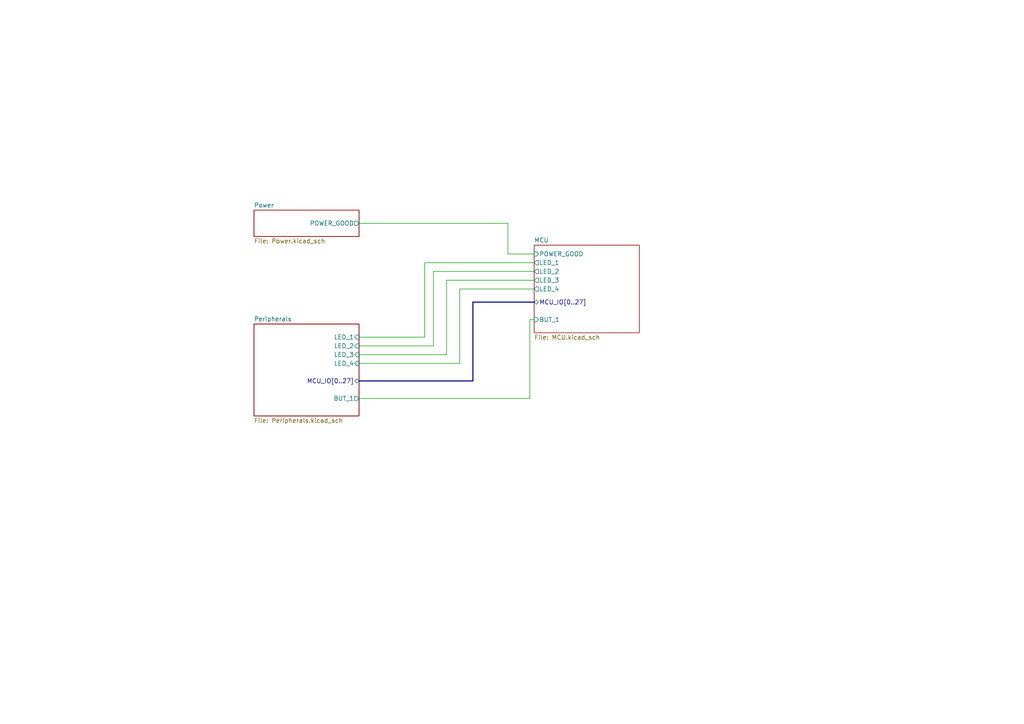
<source format=kicad_sch>
(kicad_sch
	(version 20250114)
	(generator "eeschema")
	(generator_version "9.0")
	(uuid "85026044-e848-43ba-9b62-4d5d8c169d04")
	(paper "A4")
	(lib_symbols)
	(bus
		(pts
			(xy 137.16 110.49) (xy 104.14 110.49)
		)
		(stroke
			(width 0)
			(type default)
		)
		(uuid "039d54e2-fa86-4b10-b48d-f675419e85a4")
	)
	(wire
		(pts
			(xy 129.54 102.87) (xy 129.54 81.28)
		)
		(stroke
			(width 0)
			(type default)
		)
		(uuid "0d1ddd87-d840-432e-927f-24a946135fc6")
	)
	(wire
		(pts
			(xy 133.35 83.82) (xy 154.94 83.82)
		)
		(stroke
			(width 0)
			(type default)
		)
		(uuid "11723ff5-d0d9-4454-a1bb-1c790a6326e2")
	)
	(wire
		(pts
			(xy 104.14 100.33) (xy 125.73 100.33)
		)
		(stroke
			(width 0)
			(type default)
		)
		(uuid "23b429e4-c404-4bae-b26e-5b0ec36afe4a")
	)
	(wire
		(pts
			(xy 147.32 73.66) (xy 154.94 73.66)
		)
		(stroke
			(width 0)
			(type default)
		)
		(uuid "381f9a31-6cce-4a0c-9186-8b990e5a3cb2")
	)
	(wire
		(pts
			(xy 123.19 76.2) (xy 154.94 76.2)
		)
		(stroke
			(width 0)
			(type default)
		)
		(uuid "3d17b0dd-da44-4963-a803-63364a90084f")
	)
	(bus
		(pts
			(xy 137.16 87.63) (xy 137.16 110.49)
		)
		(stroke
			(width 0)
			(type default)
		)
		(uuid "43de64b3-88ef-42e6-be26-bb42ccdd7569")
	)
	(wire
		(pts
			(xy 125.73 100.33) (xy 125.73 78.74)
		)
		(stroke
			(width 0)
			(type default)
		)
		(uuid "53fd05b3-efe2-4f15-a4bb-a0f68f304df4")
	)
	(wire
		(pts
			(xy 147.32 64.77) (xy 147.32 73.66)
		)
		(stroke
			(width 0)
			(type default)
		)
		(uuid "5a422d87-4e4d-4e02-97e0-7b75d4fe10ee")
	)
	(wire
		(pts
			(xy 153.67 92.71) (xy 154.94 92.71)
		)
		(stroke
			(width 0)
			(type default)
		)
		(uuid "5f297c99-7079-4e7e-a77c-82e52fb94c41")
	)
	(bus
		(pts
			(xy 154.94 87.63) (xy 137.16 87.63)
		)
		(stroke
			(width 0)
			(type default)
		)
		(uuid "71a6755c-02b7-4051-8711-5ffc8d9a8bb0")
	)
	(wire
		(pts
			(xy 104.14 97.79) (xy 123.19 97.79)
		)
		(stroke
			(width 0)
			(type default)
		)
		(uuid "8b845d46-5c5a-44d0-8b26-74032f5fb985")
	)
	(wire
		(pts
			(xy 104.14 105.41) (xy 133.35 105.41)
		)
		(stroke
			(width 0)
			(type default)
		)
		(uuid "929519d4-9c78-4021-b0a2-b6877d511412")
	)
	(wire
		(pts
			(xy 104.14 102.87) (xy 129.54 102.87)
		)
		(stroke
			(width 0)
			(type default)
		)
		(uuid "937da87f-e20b-4670-9c4a-2fad2d0f6ad1")
	)
	(wire
		(pts
			(xy 125.73 78.74) (xy 154.94 78.74)
		)
		(stroke
			(width 0)
			(type default)
		)
		(uuid "955a5e60-02ec-4465-8767-65eeafc724db")
	)
	(wire
		(pts
			(xy 104.14 64.77) (xy 147.32 64.77)
		)
		(stroke
			(width 0)
			(type default)
		)
		(uuid "aa4f0540-7434-413a-8eb7-d1d18497427f")
	)
	(wire
		(pts
			(xy 133.35 105.41) (xy 133.35 83.82)
		)
		(stroke
			(width 0)
			(type default)
		)
		(uuid "b12ef66d-fed5-4df6-85f0-be569af5159c")
	)
	(wire
		(pts
			(xy 123.19 97.79) (xy 123.19 76.2)
		)
		(stroke
			(width 0)
			(type default)
		)
		(uuid "b7602a21-20ac-4937-a789-dc43bc719c58")
	)
	(wire
		(pts
			(xy 129.54 81.28) (xy 154.94 81.28)
		)
		(stroke
			(width 0)
			(type default)
		)
		(uuid "b852794d-db00-4eb4-93ea-468eb11dd6ec")
	)
	(wire
		(pts
			(xy 153.67 115.57) (xy 153.67 92.71)
		)
		(stroke
			(width 0)
			(type default)
		)
		(uuid "bf8a40ad-a302-4682-9af1-2617fbe03225")
	)
	(wire
		(pts
			(xy 104.14 115.57) (xy 153.67 115.57)
		)
		(stroke
			(width 0)
			(type default)
		)
		(uuid "dd67eb56-1563-4d66-baae-38c5c4191d90")
	)
	(sheet
		(at 73.66 93.98)
		(size 30.48 26.67)
		(exclude_from_sim no)
		(in_bom yes)
		(on_board yes)
		(dnp no)
		(fields_autoplaced yes)
		(stroke
			(width 0.1524)
			(type solid)
		)
		(fill
			(color 0 0 0 0.0000)
		)
		(uuid "5c02961d-376f-4c07-b402-ea23985c49a7")
		(property "Sheetname" "Peripherals"
			(at 73.66 93.2684 0)
			(effects
				(font
					(size 1.27 1.27)
				)
				(justify left bottom)
			)
		)
		(property "Sheetfile" "Peripherals.kicad_sch"
			(at 73.66 121.2346 0)
			(effects
				(font
					(size 1.27 1.27)
				)
				(justify left top)
			)
		)
		(pin "LED_3" input
			(at 104.14 102.87 0)
			(uuid "1c933042-5faa-43a6-bb84-0308938c8c74")
			(effects
				(font
					(size 1.27 1.27)
				)
				(justify right)
			)
		)
		(pin "LED_4" input
			(at 104.14 105.41 0)
			(uuid "dd748130-f115-4bc5-b063-305ce621bc49")
			(effects
				(font
					(size 1.27 1.27)
				)
				(justify right)
			)
		)
		(pin "LED_1" input
			(at 104.14 97.79 0)
			(uuid "0bb1581b-8f2d-485e-8ac4-c3df926d1402")
			(effects
				(font
					(size 1.27 1.27)
				)
				(justify right)
			)
		)
		(pin "LED_2" input
			(at 104.14 100.33 0)
			(uuid "93c56e0f-d8e6-4613-abaf-da630460f746")
			(effects
				(font
					(size 1.27 1.27)
				)
				(justify right)
			)
		)
		(pin "BUT_1" output
			(at 104.14 115.57 0)
			(uuid "d12f7225-b2c9-43b7-8cd4-ace63aa4f0f4")
			(effects
				(font
					(size 1.27 1.27)
				)
				(justify right)
			)
		)
		(pin "MCU_IO[0..27]" bidirectional
			(at 104.14 110.49 0)
			(uuid "0f0fb204-f534-4cee-af12-d4a55bf355b3")
			(effects
				(font
					(size 1.27 1.27)
				)
				(justify right)
			)
		)
		(instances
			(project "my-first-pcb"
				(path "/85026044-e848-43ba-9b62-4d5d8c169d04"
					(page "2")
				)
			)
		)
	)
	(sheet
		(at 154.94 71.12)
		(size 30.48 25.4)
		(exclude_from_sim no)
		(in_bom yes)
		(on_board yes)
		(dnp no)
		(fields_autoplaced yes)
		(stroke
			(width 0.1524)
			(type solid)
		)
		(fill
			(color 0 0 0 0.0000)
		)
		(uuid "7a164ee0-935b-405e-98b7-0775b3d822c9")
		(property "Sheetname" "MCU"
			(at 154.94 70.4084 0)
			(effects
				(font
					(size 1.27 1.27)
				)
				(justify left bottom)
			)
		)
		(property "Sheetfile" "MCU.kicad_sch"
			(at 154.94 97.1046 0)
			(effects
				(font
					(size 1.27 1.27)
				)
				(justify left top)
			)
		)
		(pin "LED_2" output
			(at 154.94 78.74 180)
			(uuid "852ad406-262d-4014-8173-615eed638930")
			(effects
				(font
					(size 1.27 1.27)
				)
				(justify left)
			)
		)
		(pin "LED_1" output
			(at 154.94 76.2 180)
			(uuid "f50b447c-c5c0-4dbb-ad96-6849a2a423af")
			(effects
				(font
					(size 1.27 1.27)
				)
				(justify left)
			)
		)
		(pin "MCU_IO[0..27]" bidirectional
			(at 154.94 87.63 180)
			(uuid "3ecf3835-6e05-42bd-b3da-7c75b3e3c477")
			(effects
				(font
					(size 1.27 1.27)
				)
				(justify left)
			)
		)
		(pin "BUT_1" input
			(at 154.94 92.71 180)
			(uuid "485b4f8d-47a4-4b0d-9757-847203f2c0cb")
			(effects
				(font
					(size 1.27 1.27)
				)
				(justify left)
			)
		)
		(pin "LED_4" output
			(at 154.94 83.82 180)
			(uuid "43eb7a20-0ac6-494b-a3f3-5fad95afe59f")
			(effects
				(font
					(size 1.27 1.27)
				)
				(justify left)
			)
		)
		(pin "POWER_GOOD" input
			(at 154.94 73.66 180)
			(uuid "f327031d-3e93-4e48-9e62-2becf4eb6c06")
			(effects
				(font
					(size 1.27 1.27)
				)
				(justify left)
			)
		)
		(pin "LED_3" output
			(at 154.94 81.28 180)
			(uuid "b974e47e-b89e-41c9-925d-3078481bc829")
			(effects
				(font
					(size 1.27 1.27)
				)
				(justify left)
			)
		)
		(instances
			(project "my-first-pcb"
				(path "/85026044-e848-43ba-9b62-4d5d8c169d04"
					(page "4")
				)
			)
		)
	)
	(sheet
		(at 73.66 60.96)
		(size 30.48 7.62)
		(exclude_from_sim no)
		(in_bom yes)
		(on_board yes)
		(dnp no)
		(fields_autoplaced yes)
		(stroke
			(width 0.1524)
			(type solid)
		)
		(fill
			(color 0 0 0 0.0000)
		)
		(uuid "9994ffb0-03b6-426a-b064-03de71499840")
		(property "Sheetname" "Power"
			(at 73.66 60.2484 0)
			(effects
				(font
					(size 1.27 1.27)
				)
				(justify left bottom)
			)
		)
		(property "Sheetfile" "Power.kicad_sch"
			(at 73.66 69.1646 0)
			(effects
				(font
					(size 1.27 1.27)
				)
				(justify left top)
			)
		)
		(pin "POWER_GOOD" output
			(at 104.14 64.77 0)
			(uuid "b90a3a7b-9295-41a4-b180-c8ba72222ac9")
			(effects
				(font
					(size 1.27 1.27)
				)
				(justify right)
			)
		)
		(instances
			(project "my-first-pcb"
				(path "/85026044-e848-43ba-9b62-4d5d8c169d04"
					(page "3")
				)
			)
		)
	)
	(sheet_instances
		(path "/"
			(page "1")
		)
	)
	(embedded_fonts no)
)

</source>
